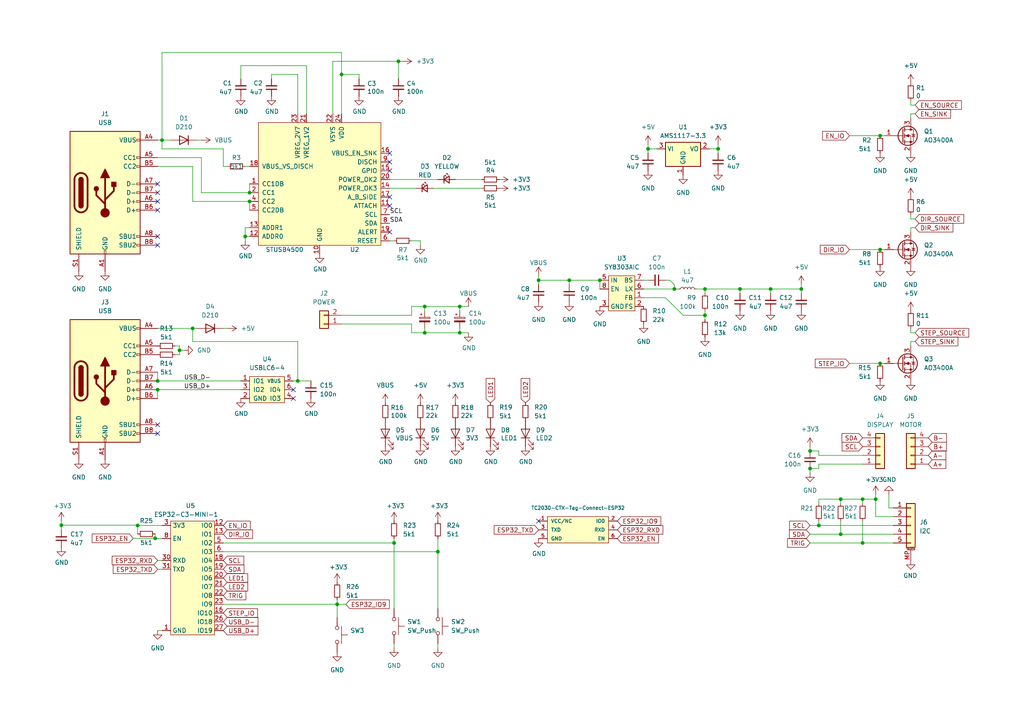
<source format=kicad_sch>
(kicad_sch (version 20250114) (generator "eeschema") (generator_version "9.0")
  (paper "A4")
  (junction (at 127 160.02))
  (junction (at 72.39 58.42))
  (junction (at 208.28 43.18))
  (junction (at 255.27 39.37))
  (junction (at 204.47 91.44))
  (junction (at 234.95 130.81))
  (junction (at 237.49 152.4))
  (junction (at 97.79 175.26))
  (junction (at 255.27 105.41))
  (junction (at 173.99 81.28))
  (junction (at 99.06 21.59))
  (junction (at 71.12 68.58))
  (junction (at 45.72 110.49))
  (junction (at 254 144.78))
  (junction (at 234.95 135.89))
  (junction (at 214.63 83.82))
  (junction (at 165.1 81.28))
  (junction (at 223.52 83.82))
  (junction (at 250.19 144.78))
  (junction (at 243.84 154.94))
  (junction (at 86.36 110.49))
  (junction (at 255.27 72.39))
  (junction (at 243.84 144.78))
  (junction (at 123.19 96.52))
  (junction (at 114.3 157.48))
  (junction (at 72.39 55.88))
  (junction (at 156.21 81.28))
  (junction (at 187.96 43.18))
  (junction (at 232.41 83.82))
  (junction (at 39.9175 152.4))
  (junction (at 123.19 88.9))
  (junction (at 55.88 95.25))
  (junction (at 115.57 17.78))
  (junction (at 133.35 88.9))
  (junction (at 250.19 157.48))
  (junction (at 133.35 96.52))
  (junction (at 46.99 40.64))
  (junction (at 204.47 83.82))
  (junction (at 52.07 101.6))
  (junction (at 44.9975 156.1305))
  (junction (at 45.72 113.03))
  (junction (at 195.58 83.82))
  (junction (at 17.78 152.3205))
  (no_connect (at 156.21 151.13))
  (no_connect (at 45.72 68.58))
  (no_connect (at 113.03 49.53))
  (no_connect (at 45.72 53.34))
  (no_connect (at 113.03 44.45))
  (no_connect (at 113.03 59.69))
  (no_connect (at 113.03 67.31))
  (no_connect (at 113.03 57.15))
  (no_connect (at 45.72 55.88))
  (no_connect (at 45.72 123.19))
  (no_connect (at 45.72 58.42))
  (no_connect (at 45.72 71.12))
  (no_connect (at 85.09 115.57))
  (no_connect (at 45.72 60.96))
  (no_connect (at 113.03 46.99))
  (no_connect (at 45.72 125.73))
  (no_connect (at 85.09 113.03))
  (wire (pts (xy 44.9975 156.21) (xy 46.99 156.21)))
  (wire (pts (xy 96.52 17.78) (xy 96.52 33.02)))
  (wire (pts (xy 165.1 81.28) (xy 173.99 81.28)))
  (wire (pts (xy 204.47 83.82) (xy 214.63 83.82)))
  (wire (pts (xy 250.19 151.13) (xy 250.19 157.48)))
  (wire (pts (xy 195.58 83.82) (xy 195.58 82.55)))
  (wire (pts (xy 156.21 81.28) (xy 165.1 81.28)))
  (wire (pts (xy 69.85 19.05) (xy 69.85 22.86)))
  (wire (pts (xy 257.81 143.51) (xy 257.81 147.32)))
  (wire (pts (xy 264.16 62.23) (xy 264.16 63.5)))
  (wire (pts (xy 264.16 100.33) (xy 264.16 99.06)))
  (wire (pts (xy 45.72 165.1) (xy 46.99 165.1)))
  (wire (pts (xy 119.38 88.9) (xy 123.19 88.9)))
  (wire (pts (xy 204.47 90.17) (xy 204.47 91.44)))
  (wire (pts (xy 104.14 21.59) (xy 104.14 22.86)))
  (wire (pts (xy 17.78 152.3205) (xy 17.78 153.67)))
  (wire (pts (xy 72.39 68.58) (xy 71.12 68.58)))
  (wire (pts (xy 58.42 55.88) (xy 58.42 45.72)))
  (wire (pts (xy 45.72 40.64) (xy 46.99 40.64)))
  (wire (pts (xy 52.07 100.33) (xy 52.07 101.6)))
  (wire (pts (xy 237.49 151.13) (xy 237.49 152.4)))
  (wire (pts (xy 127 160.02) (xy 127 176.53)))
  (wire (pts (xy 44.9975 154.8605) (xy 44.9975 156.1305)))
  (wire (pts (xy 39.9175 152.4) (xy 39.9175 154.8605)))
  (wire (pts (xy 232.41 85.09) (xy 232.41 83.82)))
  (wire (pts (xy 204.47 91.44) (xy 204.47 92.71)))
  (wire (pts (xy 234.95 157.48) (xy 250.19 157.48)))
  (wire (pts (xy 255.27 39.37) (xy 256.54 39.37)))
  (wire (pts (xy 193.04 86.36) (xy 198.12 91.44)))
  (wire (pts (xy 86.36 110.49) (xy 86.36 99.06)))
  (wire (pts (xy 264.16 99.06) (xy 265.43 99.06)))
  (wire (pts (xy 264.16 95.25) (xy 264.16 96.52)))
  (wire (pts (xy 187.96 43.18) (xy 190.5 43.18)))
  (wire (pts (xy 173.99 81.28) (xy 173.99 83.82)))
  (wire (pts (xy 45.72 107.95) (xy 45.72 110.49)))
  (wire (pts (xy 265.43 63.5) (xy 264.16 63.5)))
  (wire (pts (xy 39.9175 152.4) (xy 46.99 152.4)))
  (wire (pts (xy 97.79 175.26) (xy 97.79 179.07)))
  (wire (pts (xy 66.04 48.26) (xy 64.77 48.26)))
  (wire (pts (xy 250.19 144.78) (xy 254 144.78)))
  (wire (pts (xy 64.77 43.18) (xy 46.99 43.18)))
  (wire (pts (xy 243.84 154.94) (xy 259.08 154.94)))
  (wire (pts (xy 99.06 15.24) (xy 99.06 21.59)))
  (wire (pts (xy 232.41 82.55) (xy 232.41 83.82)))
  (wire (pts (xy 119.38 91.44) (xy 99.06 91.44)))
  (wire (pts (xy 123.19 88.9) (xy 123.19 90.17)))
  (wire (pts (xy 132.08 52.07) (xy 139.7 52.07)))
  (wire (pts (xy 99.06 21.59) (xy 99.06 33.02)))
  (wire (pts (xy 97.79 173.99) (xy 97.79 175.26)))
  (wire (pts (xy 97.79 175.26) (xy 100.33 175.26)))
  (wire (pts (xy 123.19 95.25) (xy 123.19 96.52)))
  (wire (pts (xy 243.84 151.13) (xy 243.84 154.94)))
  (wire (pts (xy 264.16 29.21) (xy 264.16 30.48)))
  (wire (pts (xy 114.3 157.48) (xy 114.3 176.53)))
  (wire (pts (xy 237.49 130.81) (xy 237.49 132.08)))
  (wire (pts (xy 72.39 53.34) (xy 72.39 55.88)))
  (wire (pts (xy 259.08 149.86) (xy 254 149.86)))
  (wire (pts (xy 38.6475 156.1305) (xy 44.9975 156.1305)))
  (wire (pts (xy 125.73 54.61) (xy 139.7 54.61)))
  (wire (pts (xy 193.04 81.28) (xy 194.31 81.28)))
  (wire (pts (xy 165.1 82.55) (xy 165.1 81.28)))
  (wire (pts (xy 254 143.51) (xy 254 144.78)))
  (wire (pts (xy 86.36 110.49) (xy 90.17 110.49)))
  (wire (pts (xy 72.39 66.04) (xy 71.12 66.04)))
  (wire (pts (xy 246.38 72.39) (xy 255.27 72.39)))
  (wire (pts (xy 208.28 41.91) (xy 208.28 43.18)))
  (wire (pts (xy 119.38 93.98) (xy 99.06 93.98)))
  (wire (pts (xy 58.42 45.72) (xy 45.72 45.72)))
  (wire (pts (xy 52.07 101.6) (xy 53.34 101.6)))
  (wire (pts (xy 114.3 156.21) (xy 114.3 157.48)))
  (wire (pts (xy 52.07 102.87) (xy 50.8 102.87)))
  (wire (pts (xy 64.77 175.26) (xy 97.79 175.26)))
  (wire (pts (xy 250.19 157.48) (xy 259.08 157.48)))
  (wire (pts (xy 86.36 99.06) (xy 55.88 99.06)))
  (wire (pts (xy 115.57 17.78) (xy 115.57 22.86)))
  (wire (pts (xy 99.06 21.59) (xy 104.14 21.59)))
  (wire (pts (xy 55.88 99.06) (xy 55.88 95.25)))
  (wire (pts (xy 195.58 83.82) (xy 196.85 83.82)))
  (wire (pts (xy 115.57 17.78) (xy 116.84 17.78)))
  (wire (pts (xy 237.49 144.78) (xy 237.49 146.05)))
  (wire (pts (xy 55.88 95.25) (xy 57.15 95.25)))
  (wire (pts (xy 156.21 82.55) (xy 156.21 81.28)))
  (wire (pts (xy 55.88 48.26) (xy 55.88 58.42)))
  (wire (pts (xy 237.49 152.4) (xy 234.95 152.4)))
  (wire (pts (xy 119.38 96.52) (xy 123.19 96.52)))
  (wire (pts (xy 85.09 110.49) (xy 86.36 110.49)))
  (wire (pts (xy 45.72 162.56) (xy 46.99 162.56)))
  (wire (pts (xy 243.84 144.78) (xy 243.84 146.05)))
  (wire (pts (xy 237.49 135.89) (xy 234.95 135.89)))
  (wire (pts (xy 201.93 83.82) (xy 204.47 83.82)))
  (wire (pts (xy 133.35 96.52) (xy 135.89 96.52)))
  (wire (pts (xy 246.38 105.41) (xy 255.27 105.41)))
  (wire (pts (xy 246.38 39.37) (xy 255.27 39.37)))
  (wire (pts (xy 55.88 58.42) (xy 72.39 58.42)))
  (wire (pts (xy 133.35 88.9) (xy 133.35 90.17)))
  (wire (pts (xy 72.39 55.88) (xy 58.42 55.88)))
  (wire (pts (xy 204.47 83.82) (xy 204.47 85.09)))
  (wire (pts (xy 250.19 134.62) (xy 237.49 134.62)))
  (wire (pts (xy 259.08 147.32) (xy 257.81 147.32)))
  (wire (pts (xy 96.52 17.78) (xy 115.57 17.78)))
  (wire (pts (xy 64.77 95.25) (xy 66.04 95.25)))
  (wire (pts (xy 114.3 186.69) (xy 114.3 187.96)))
  (wire (pts (xy 88.9 19.05) (xy 88.9 33.02)))
  (wire (pts (xy 78.74 21.59) (xy 86.36 21.59)))
  (wire (pts (xy 208.28 43.18) (xy 208.28 44.45)))
  (wire (pts (xy 71.12 69.85) (xy 71.12 68.58)))
  (wire (pts (xy 264.16 33.02) (xy 265.43 33.02)))
  (wire (pts (xy 254 144.78) (xy 254 149.86)))
  (wire (pts (xy 214.63 85.09) (xy 214.63 83.82)))
  (wire (pts (xy 45.72 48.26) (xy 55.88 48.26)))
  (wire (pts (xy 71.12 48.26) (xy 72.39 48.26)))
  (wire (pts (xy 64.77 160.02) (xy 127 160.02)))
  (wire (pts (xy 250.19 144.78) (xy 250.19 146.05)))
  (wire (pts (xy 64.77 157.48) (xy 114.3 157.48)))
  (wire (pts (xy 45.72 113.03) (xy 45.72 115.57)))
  (wire (pts (xy 45.72 95.25) (xy 55.88 95.25)))
  (wire (pts (xy 119.38 88.9) (xy 119.38 91.44)))
  (wire (pts (xy 223.52 85.09) (xy 223.52 83.82)))
  (wire (pts (xy 265.43 30.48) (xy 264.16 30.48)))
  (wire (pts (xy 69.85 19.05) (xy 88.9 19.05)))
  (wire (pts (xy 195.58 82.55) (xy 194.31 81.28)))
  (wire (pts (xy 86.36 21.59) (xy 86.36 33.02)))
  (wire (pts (xy 187.96 43.18) (xy 187.96 44.45)))
  (wire (pts (xy 39.9175 152.4) (xy 39.9175 152.3205)))
  (wire (pts (xy 72.39 60.96) (xy 72.39 58.42)))
  (wire (pts (xy 57.15 40.64) (xy 58.42 40.64)))
  (wire (pts (xy 186.69 86.36) (xy 193.04 86.36)))
  (wire (pts (xy 264.16 66.04) (xy 265.43 66.04)))
  (wire (pts (xy 198.12 91.44) (xy 204.47 91.44)))
  (wire (pts (xy 119.38 96.52) (xy 119.38 93.98)))
  (wire (pts (xy 127 156.21) (xy 127 160.02)))
  (wire (pts (xy 121.92 71.12) (xy 121.92 69.85)))
  (wire (pts (xy 44.9975 156.21) (xy 44.9975 156.1305)))
  (wire (pts (xy 114.3 69.85) (xy 113.03 69.85)))
  (wire (pts (xy 243.84 144.78) (xy 237.49 144.78)))
  (wire (pts (xy 237.49 152.4) (xy 259.08 152.4)))
  (wire (pts (xy 78.74 21.59) (xy 78.74 22.86)))
  (wire (pts (xy 223.52 83.82) (xy 232.41 83.82)))
  (wire (pts (xy 255.27 72.39) (xy 256.54 72.39)))
  (wire (pts (xy 205.74 43.18) (xy 208.28 43.18)))
  (wire (pts (xy 186.69 83.82) (xy 195.58 83.82)))
  (wire (pts (xy 52.07 101.6) (xy 52.07 102.87)))
  (wire (pts (xy 237.49 134.62) (xy 237.49 135.89)))
  (wire (pts (xy 17.78 152.3205) (xy 39.9175 152.3205)))
  (wire (pts (xy 45.72 110.49) (xy 69.85 110.49)))
  (wire (pts (xy 46.99 15.24) (xy 46.99 40.64)))
  (wire (pts (xy 234.95 135.89) (xy 234.95 137.16)))
  (wire (pts (xy 255.27 105.41) (xy 256.54 105.41)))
  (wire (pts (xy 187.96 41.91) (xy 187.96 43.18)))
  (wire (pts (xy 214.63 83.82) (xy 223.52 83.82)))
  (wire (pts (xy 133.35 95.25) (xy 133.35 96.52)))
  (wire (pts (xy 264.16 67.31) (xy 264.16 66.04)))
  (wire (pts (xy 45.72 113.03) (xy 69.85 113.03)))
  (wire (pts (xy 243.84 154.94) (xy 234.95 154.94)))
  (wire (pts (xy 71.12 66.04) (xy 71.12 68.58)))
  (wire (pts (xy 17.78 151.13) (xy 17.78 152.3205)))
  (wire (pts (xy 113.03 54.61) (xy 120.65 54.61)))
  (wire (pts (xy 45.72 182.88) (xy 46.99 182.88)))
  (wire (pts (xy 121.92 69.85) (xy 119.38 69.85)))
  (wire (pts (xy 127 186.69) (xy 127 187.96)))
  (wire (pts (xy 123.19 96.52) (xy 133.35 96.52)))
  (wire (pts (xy 234.95 130.81) (xy 237.49 130.81)))
  (wire (pts (xy 243.84 144.78) (xy 250.19 144.78)))
  (wire (pts (xy 264.16 34.29) (xy 264.16 33.02)))
  (wire (pts (xy 186.69 81.28) (xy 187.96 81.28)))
  (wire (pts (xy 156.21 80.01) (xy 156.21 81.28)))
  (wire (pts (xy 113.03 52.07) (xy 127 52.07)))
  (wire (pts (xy 49.53 40.64) (xy 46.99 40.64)))
  (wire (pts (xy 64.77 43.18) (xy 64.77 48.26)))
  (wire (pts (xy 123.19 88.9) (xy 133.35 88.9)))
  (wire (pts (xy 99.06 15.24) (xy 46.99 15.24)))
  (wire (pts (xy 265.43 96.52) (xy 264.16 96.52)))
  (wire (pts (xy 50.8 100.33) (xy 52.07 100.33)))
  (wire (pts (xy 237.49 132.08) (xy 250.19 132.08)))
  (wire (pts (xy 133.35 88.9) (xy 135.89 88.9)))
  (wire (pts (xy 46.99 43.18) (xy 46.99 40.64)))
  (wire (pts (xy 234.95 129.54) (xy 234.95 130.81)))
  (label "USB_D-" (at 53.34 110.49 0))
  (label "SCL" (at 113.03 62.23 0))
  (label "SDA" (at 113.03 64.77 0))
  (label "USB_D+" (at 53.34 113.03 0))
  (global_label "A+" (shape input) (at 269.24 134.62 0) (property "Intersheetrefs" "${INTERSHEET_REFS}" (effects (hide yes))))
  (global_label "TRIG" (shape input) (at 234.95 157.48 180) (property "Intersheetrefs" "${INTERSHEET_REFS}" (effects (hide yes))))
  (global_label "ESP32_RXD" (shape input) (at 45.72 162.56 180) (property "Intersheetrefs" "${INTERSHEET_REFS}" (effects (hide yes))))
  (global_label "SDA" (shape input) (at 250.19 127 180) (property "Intersheetrefs" "${INTERSHEET_REFS}" (effects (hide yes))))
  (global_label "ESP32_TXD" (shape input) (at 45.72 165.1 180) (property "Intersheetrefs" "${INTERSHEET_REFS}" (effects (hide yes))))
  (global_label "STEP_IO" (shape input) (at 246.38 105.41 180) (property "Intersheetrefs" "${INTERSHEET_REFS}" (effects (hide yes))))
  (global_label "DIR_SOURCE" (shape input) (at 265.43 63.5 0) (property "Intersheetrefs" "${INTERSHEET_REFS}" (effects (hide yes))))
  (global_label "TRIG" (shape input) (at 64.77 172.72 0) (property "Intersheetrefs" "${INTERSHEET_REFS}" (effects (hide yes))))
  (global_label "USB_D-" (shape input) (at 64.77 180.34 0) (property "Intersheetrefs" "${INTERSHEET_REFS}" (effects (hide yes))))
  (global_label "SDA" (shape input) (at 234.95 154.94 180) (property "Intersheetrefs" "${INTERSHEET_REFS}" (effects (hide yes))))
  (global_label "USB_D+" (shape input) (at 64.77 182.88 0) (property "Intersheetrefs" "${INTERSHEET_REFS}" (effects (hide yes))))
  (global_label "LED1" (shape input) (at 142.24 116.84 90) (property "Intersheetrefs" "${INTERSHEET_REFS}" (effects (hide yes))))
  (global_label "ESP32_RXD" (shape input) (at 179.07 153.67 0) (property "Intersheetrefs" "${INTERSHEET_REFS}" (effects (hide yes))))
  (global_label "LED2" (shape input) (at 152.4 116.84 90) (property "Intersheetrefs" "${INTERSHEET_REFS}" (effects (hide yes))))
  (global_label "ESP32_EN" (shape input) (at 38.6475 156.1305 180) (property "Intersheetrefs" "${INTERSHEET_REFS}" (effects (hide yes))))
  (global_label "STEP_SOURCE" (shape input) (at 265.43 96.52 0) (property "Intersheetrefs" "${INTERSHEET_REFS}" (effects (hide yes))))
  (global_label "EN_SOURCE" (shape input) (at 265.43 30.48 0) (property "Intersheetrefs" "${INTERSHEET_REFS}" (effects (hide yes))))
  (global_label "EN_IO" (shape input) (at 246.38 39.37 180) (property "Intersheetrefs" "${INTERSHEET_REFS}" (effects (hide yes))))
  (global_label "ESP32_EN" (shape input) (at 179.07 156.21 0) (property "Intersheetrefs" "${INTERSHEET_REFS}" (effects (hide yes))))
  (global_label "STEP_SINK" (shape input) (at 265.43 99.06 0) (property "Intersheetrefs" "${INTERSHEET_REFS}" (effects (hide yes))))
  (global_label "EN_IO" (shape input) (at 64.77 152.4 0) (property "Intersheetrefs" "${INTERSHEET_REFS}" (effects (hide yes))))
  (global_label "B+" (shape input) (at 269.24 129.54 0) (property "Intersheetrefs" "${INTERSHEET_REFS}" (effects (hide yes))))
  (global_label "DIR_SINK" (shape input) (at 265.43 66.04 0) (property "Intersheetrefs" "${INTERSHEET_REFS}" (effects (hide yes))))
  (global_label "DIR_IO" (shape input) (at 64.77 154.94 0) (property "Intersheetrefs" "${INTERSHEET_REFS}" (effects (hide yes))))
  (global_label "EN_SINK" (shape input) (at 265.43 33.02 0) (property "Intersheetrefs" "${INTERSHEET_REFS}" (effects (hide yes))))
  (global_label "SCL" (shape input) (at 234.95 152.4 180) (property "Intersheetrefs" "${INTERSHEET_REFS}" (effects (hide yes))))
  (global_label "SDA" (shape input) (at 64.77 165.1 0) (property "Intersheetrefs" "${INTERSHEET_REFS}" (effects (hide yes))))
  (global_label "LED2" (shape input) (at 64.77 170.18 0) (property "Intersheetrefs" "${INTERSHEET_REFS}" (effects (hide yes))))
  (global_label "ESP32_IO9" (shape input) (at 179.07 151.13 0) (property "Intersheetrefs" "${INTERSHEET_REFS}" (effects (hide yes))))
  (global_label "LED1" (shape input) (at 64.77 167.64 0) (property "Intersheetrefs" "${INTERSHEET_REFS}" (effects (hide yes))))
  (global_label "A-" (shape input) (at 269.24 132.08 0) (property "Intersheetrefs" "${INTERSHEET_REFS}" (effects (hide yes))))
  (global_label "ESP32_IO9" (shape input) (at 100.33 175.26 0) (property "Intersheetrefs" "${INTERSHEET_REFS}" (effects (hide yes))))
  (global_label "B-" (shape input) (at 269.24 127 0) (property "Intersheetrefs" "${INTERSHEET_REFS}" (effects (hide yes))))
  (global_label "ESP32_TXD" (shape input) (at 156.21 153.67 180) (property "Intersheetrefs" "${INTERSHEET_REFS}" (effects (hide yes))))
  (global_label "STEP_IO" (shape input) (at 64.77 177.8 0) (property "Intersheetrefs" "${INTERSHEET_REFS}" (effects (hide yes))))
  (global_label "DIR_IO" (shape input) (at 246.38 72.39 180) (property "Intersheetrefs" "${INTERSHEET_REFS}" (effects (hide yes))))
  (global_label "SCL" (shape input) (at 250.19 129.54 180) (property "Intersheetrefs" "${INTERSHEET_REFS}" (effects (hide yes))))
  (global_label "SCL" (shape input) (at 64.77 162.56 0) (property "Intersheetrefs" "${INTERSHEET_REFS}" (effects (hide yes))))
  (symbol (lib_id "otter:+5V") (at 232.41 82.55 0) (unit 1)
    (property "Reference" "#PWR029" (effects (hide yes)))
    (property "Value" "+5V" (at 232.41 77.47 0))
  )
  (symbol (lib_id "otter:TC2030-CTX-Tag-Connect-ESP32") (at 167.64 153.67 0) (unit 1)
    (property "Reference" "P1" (effects (hide yes)))
    (property "Value" "TC2030-CTX-Tag-Connect-ESP32" (at 167.64 147.32 0) (effects (font (size 1.016 1.016))))
    (property "Footprint" "otter:TC2030" (effects (hide yes)))
  )
  (symbol (lib_id "otter:GND") (at 104.14 27.94 0) (unit 1)
    (property "Reference" "#PWR07" (effects (hide yes)))
    (property "Value" "GND" (at 104.267 32.3342 0))
  )
  (symbol (lib_id "otter:GND") (at 17.78 158.75 0) (unit 1)
    (property "Reference" "#PWR067" (effects (hide yes)))
    (property "Value" "GND" (at 17.907 163.1442 0))
  )
  (symbol (lib_id "power:+3V3") (at 234.95 129.54 0) (mirror y) (unit 1)
    (property "Reference" "#PWR057" (effects (hide yes)))
    (property "Value" "+3V3" (at 234.95 124.46 0))
  )
  (symbol (lib_id "otter:SY8303AIC") (at 180.34 85.09 0) (unit 1)
    (property "Reference" "U3" (at 180.34 74.93 0))
    (property "Value" "SY8303AIC" (at 180.34 77.47 0))
    (property "Footprint" "Package_TO_SOT_SMD:TSOT-23-8" (effects (hide yes)))
  )
  (symbol (lib_id "power:GND") (at 114.3 187.96 0) (unit 1)
    (property "Reference" "#PWR071" (effects (hide yes)))
    (property "Value" "GND" (at 114.3 193.04 0))
  )
  (symbol (lib_id "Device:C_Small") (at 104.14 25.4 0) (unit 1)
    (property "Reference" "C3" (at 106.4768 24.2316 0) (effects (justify left)))
    (property "Value" "100n" (at 106.4768 26.543 0) (effects (justify left)))
    (property "Footprint" "otter:C_0603" (effects (hide yes)))
  )
  (symbol (lib_id "otter:GND") (at 71.12 69.85 0) (unit 1)
    (property "Reference" "#PWR021" (effects (hide yes)))
    (property "Value" "GND" (at 71.247 74.2442 0))
  )
  (symbol (lib_id "Device:LED_Small") (at 123.19 54.61 0) (unit 1)
    (property "Reference" "D3" (at 123.2535 48.26 0))
    (property "Value" "RED" (at 123.2535 50.8 0))
    (property "Footprint" "otter:LED_0603_1608Metric" (effects (hide yes)))
    (property "Description" "Light emitting diode, small symbol" (effects (hide yes)))
    (property "Sim.Pin" "1=K 2=A" (effects (hide yes)))
  )
  (symbol (lib_name "GND_1") (lib_id "power:GND") (at 255.27 44.45 0) (unit 1)
    (property "Reference" "#PWR012" (effects (hide yes)))
    (property "Value" "GND" (at 255.27 49.53 0))
    (property "Description" "Power symbol creates a global label with name \"GND\" , ground" (effects (hide yes)))
  )
  (symbol (lib_id "power:VBUS") (at 111.76 116.84 0) (unit 1)
    (property "Reference" "#PWR049" (effects (hide yes)))
    (property "Value" "VBUS" (at 111.76 111.76 0))
  )
  (symbol (lib_id "Switch:SW_Push") (at 127 181.61 270) (unit 1)
    (property "Reference" "SW2" (at 130.81 180.34 90) (effects (justify left)))
    (property "Value" "SW_Push" (at 130.81 182.88 90) (effects (justify left)))
    (property "Footprint" "Button_Switch_SMD:SW_SPST_EVQP7C" (effects (hide yes)))
  )
  (symbol (lib_id "Device:R_Small") (at 142.24 119.38 180) (unit 1)
    (property "Reference" "R19" (at 144.78 118.1099 0) (effects (justify right)))
    (property "Value" "5k1" (at 144.78 120.6499 0) (effects (justify right)))
    (property "Footprint" "otter:R_0402" (effects (hide yes)))
  )
  (symbol (lib_id "Device:R_Small") (at 152.4 119.38 180) (unit 1)
    (property "Reference" "R20" (at 154.94 118.1099 0) (effects (justify right)))
    (property "Value" "5k1" (at 154.94 120.6499 0) (effects (justify right)))
    (property "Footprint" "otter:R_0402" (effects (hide yes)))
  )
  (symbol (lib_id "power:+3V3") (at 144.78 54.61 270) (unit 1)
    (property "Reference" "#PWR019" (effects (hide yes)))
    (property "Value" "+3V3" (at 148.59 54.6099 90) (effects (justify left)))
  )
  (symbol (lib_id "Device:R_Small") (at 264.16 26.67 0) (unit 1)
    (property "Reference" "R1" (at 265.6586 25.5016 0) (effects (justify left)))
    (property "Value" "0" (at 265.6586 27.813 0) (effects (justify left)))
    (property "Footprint" "otter:R_0603" (effects (hide yes)))
  )
  (symbol (lib_id "Device:C_Small") (at 90.17 113.03 0) (unit 1)
    (property "Reference" "C15" (at 92.71 111.7663 0) (effects (justify left)))
    (property "Value" "100n" (at 92.71 114.3063 0) (effects (justify left)))
    (property "Footprint" "otter:C_0603" (effects (hide yes)))
  )
  (symbol (lib_id "Device:R_Small") (at 255.27 74.93 180) (unit 1)
    (property "Reference" "R8" (at 252.73 73.6599 0) (effects (justify left)))
    (property "Value" "5k1" (at 252.73 76.1999 0) (effects (justify left)))
    (property "Footprint" "otter:R_0402" (effects (hide yes)))
  )
  (symbol (lib_id "Device:LED") (at 132.08 125.73 90) (unit 1)
    (property "Reference" "D7" (at 135.0772 124.7394 90) (effects (justify right)))
    (property "Value" "3V3" (at 135.0772 127.0508 90) (effects (justify right)))
    (property "Footprint" "otter:LED_0603_1608Metric" (effects (hide yes)))
  )
  (symbol (lib_id "power:GND") (at 45.72 182.88 0) (unit 1)
    (property "Reference" "#PWR070" (effects (hide yes)))
    (property "Value" "GND" (at 45.72 187.96 0))
  )
  (symbol (lib_id "Device:LED") (at 152.4 125.73 90) (unit 1)
    (property "Reference" "D9" (at 155.3972 124.7394 90) (effects (justify right)))
    (property "Value" "LED2" (at 155.3972 127.0508 90) (effects (justify right)))
    (property "Footprint" "otter:LED_0603_1608Metric" (effects (hide yes)))
  )
  (symbol (lib_id "Device:R_Small") (at 243.84 148.59 0) (mirror y) (unit 1)
    (property "Reference" "R22" (at 242.3414 147.4216 0) (effects (justify left)))
    (property "Value" "5k1" (at 242.3414 149.733 0) (effects (justify left)))
    (property "Footprint" "otter:R_0402" (effects (hide yes)))
  )
  (symbol (lib_id "Transistor_FET:AO3400A") (at 261.62 105.41 0) (unit 1)
    (property "Reference" "Q3" (at 267.97 104.1399 0) (effects (justify left)))
    (property "Value" "AO3400A" (at 267.97 106.6799 0) (effects (justify left)))
    (property "Footprint" "Package_TO_SOT_SMD:SOT-23" (effects (hide yes)))
    (property "Datasheet" "http://www.aosmd.com/pdfs/datasheet/AO3400A.pdf" (effects (hide yes)))
    (property "Description" "30V Vds, 5.7A Id, N-Channel MOSFET, SOT-23" (effects (hide yes)))
  )
  (symbol (lib_id "otter:+5V") (at 187.96 41.91 0) (unit 1)
    (property "Reference" "#PWR010" (effects (hide yes)))
    (property "Value" "+5V" (at 187.96 36.83 0))
  )
  (symbol (lib_id "otter:GND") (at 121.92 71.12 0) (unit 1)
    (property "Reference" "#PWR022" (effects (hide yes)))
    (property "Value" "GND" (at 122.047 75.5142 0))
  )
  (symbol (lib_id "Connector:USB_C_Receptacle_USB2.0") (at 30.48 55.88 0) (unit 1)
    (property "Reference" "J1" (at 30.48 33.02 0))
    (property "Value" "USB" (at 30.48 35.56 0))
    (property "Footprint" "otter:USB-C 16Pin" (effects (hide yes)))
    (property "Datasheet" "https://www.usb.org/sites/default/files/documents/usb_type-c.zip" (effects (hide yes)))
  )
  (symbol (lib_id "otter:GND") (at 214.63 90.17 0) (mirror y) (unit 1)
    (property "Reference" "#PWR034" (effects (hide yes)))
    (property "Value" "GND" (at 214.63 95.25 0))
  )
  (symbol (lib_id "otter:GND") (at 22.86 78.74 0) (unit 1)
    (property "Reference" "#PWR026" (effects (hide yes)))
    (property "Value" "GND" (at 22.86 83.82 0))
  )
  (symbol (lib_id "Switch:SW_Push") (at 97.79 184.15 270) (unit 1)
    (property "Reference" "SW3" (at 101.6 182.88 90) (effects (justify left)))
    (property "Value" "SW_Push" (effects (hide yes)))
    (property "Footprint" "Button_Switch_SMD:SW_SPST_EVQP7C" (effects (hide yes)))
  )
  (symbol (lib_id "Device:R_Small") (at 127 153.67 180) (unit 1)
    (property "Reference" "R24" (at 129.54 152.4 0) (effects (justify right)))
    (property "Value" "5k1" (at 129.54 154.94 0) (effects (justify right)))
    (property "Footprint" "otter:R_0402" (effects (hide yes)))
  )
  (symbol (lib_id "otter:GND") (at 111.76 129.54 0) (unit 1)
    (property "Reference" "#PWR052" (effects (hide yes)))
    (property "Value" "GND" (at 111.887 133.9342 0))
  )
  (symbol (lib_id "Device:C_Small") (at 156.21 85.09 0) (mirror x) (unit 1)
    (property "Reference" "C8" (at 153.67 83.8136 0) (effects (justify right)))
    (property "Value" "4u7" (at 153.67 86.3536 0) (effects (justify right)))
    (property "Footprint" "otter:C_0805" (effects (hide yes)))
  )
  (symbol (lib_id "Device:R_Small") (at 255.27 107.95 180) (unit 1)
    (property "Reference" "R15" (at 252.73 106.6799 0) (effects (justify left)))
    (property "Value" "5k1" (at 252.73 109.2199 0) (effects (justify left)))
    (property "Footprint" "otter:R_0402" (effects (hide yes)))
  )
  (symbol (lib_id "otter:+5V") (at 66.04 95.25 270) (unit 1)
    (property "Reference" "#PWR039" (effects (hide yes)))
    (property "Value" "+5V" (at 69.85 95.2499 90) (effects (justify left)))
  )
  (symbol (lib_name "GND_1") (lib_id "power:GND") (at 264.16 77.47 0) (unit 1)
    (property "Reference" "#PWR025" (effects (hide yes)))
    (property "Value" "GND" (at 264.16 82.55 0))
    (property "Description" "Power symbol creates a global label with name \"GND\" , ground" (effects (hide yes)))
  )
  (symbol (lib_name "GND_1") (lib_id "power:GND") (at 255.27 110.49 0) (unit 1)
    (property "Reference" "#PWR045" (effects (hide yes)))
    (property "Value" "GND" (at 255.27 115.57 0))
    (property "Description" "Power symbol creates a global label with name \"GND\" , ground" (effects (hide yes)))
  )
  (symbol (lib_id "Device:LED") (at 142.24 125.73 90) (unit 1)
    (property "Reference" "D8" (at 145.2372 124.7394 90) (effects (justify right)))
    (property "Value" "LED1" (at 145.2372 127.0508 90) (effects (justify right)))
    (property "Footprint" "otter:LED_0603_1608Metric" (effects (hide yes)))
  )
  (symbol (lib_id "otter:GND") (at 173.99 88.9 0) (unit 1)
    (property "Reference" "#PWR033" (effects (hide yes)))
    (property "Value" "GND" (at 173.99 93.98 0))
  )
  (symbol (lib_id "otter:GND") (at 30.48 78.74 0) (unit 1)
    (property "Reference" "#PWR027" (effects (hide yes)))
    (property "Value" "GND" (at 30.48 83.82 0))
  )
  (symbol (lib_id "Device:C_Small") (at 187.96 46.99 0) (mirror x) (unit 1)
    (property "Reference" "C5" (at 185.42 45.7136 0) (effects (justify right)))
    (property "Value" "4u7" (at 185.42 48.2536 0) (effects (justify right)))
    (property "Footprint" "otter:C_0805" (effects (hide yes)))
  )
  (symbol (lib_id "otter:GND") (at 135.89 96.52 0) (unit 1)
    (property "Reference" "#PWR040" (effects (hide yes)))
    (property "Value" "GND" (at 136.017 100.9142 0))
  )
  (symbol (lib_id "power:+3.3V") (at 114.3 151.13 0) (unit 1)
    (property "Reference" "#PWR064" (effects (hide yes)))
    (property "Value" "+3V3" (at 114.681 146.7358 0))
  )
  (symbol (lib_id "power:VBUS") (at 58.42 40.64 270) (unit 1)
    (property "Reference" "#PWR09" (effects (hide yes)))
    (property "Value" "VBUS" (at 62.23 40.64 90) (effects (justify left)))
  )
  (symbol (lib_id "Device:R_Small") (at 42.4575 154.8605 90) (unit 1)
    (property "Reference" "R25" (at 42.4575 151.0505 90))
    (property "Value" "5k1" (at 42.4575 157.4005 90))
    (property "Footprint" "otter:R_0402" (effects (hide yes)))
  )
  (symbol (lib_id "otter:GND") (at 69.85 115.57 0) (unit 1)
    (property "Reference" "#PWR047" (effects (hide yes)))
    (property "Value" "GND" (at 69.977 119.9642 0))
  )
  (symbol (lib_id "otter:GND") (at 208.28 49.53 0) (mirror y) (unit 1)
    (property "Reference" "#PWR016" (effects (hide yes)))
    (property "Value" "GND" (at 208.28 54.61 0))
  )
  (symbol (lib_id "Device:R_Small") (at 250.19 148.59 0) (mirror y) (unit 1)
    (property "Reference" "R27" (at 248.6914 147.4216 0) (effects (justify left)))
    (property "Value" "5k1" (at 248.6914 149.733 0) (effects (justify left)))
    (property "Footprint" "otter:R_0402" (effects (hide yes)))
  )
  (symbol (lib_id "Device:R_Small") (at 255.27 41.91 180) (unit 1)
    (property "Reference" "R2" (at 252.73 40.6399 0) (effects (justify left)))
    (property "Value" "5k1" (at 252.73 43.1799 0) (effects (justify left)))
    (property "Footprint" "otter:R_0402" (effects (hide yes)))
  )
  (symbol (lib_id "otter:GND") (at 115.57 27.94 0) (unit 1)
    (property "Reference" "#PWR08" (effects (hide yes)))
    (property "Value" "GND" (at 115.697 32.3342 0))
  )
  (symbol (lib_id "Device:R_Small") (at 132.08 119.38 0) (unit 1)
    (property "Reference" "R18" (at 133.5786 118.2116 0) (effects (justify left)))
    (property "Value" "22k" (at 133.5786 120.523 0) (effects (justify left)))
    (property "Footprint" "otter:R_0402" (effects (hide yes)))
  )
  (symbol (lib_id "Device:R_Small") (at 116.84 69.85 270) (unit 1)
    (property "Reference" "R7" (at 116.84 72.4916 90))
    (property "Value" "5k1" (at 116.84 74.803 90))
    (property "Footprint" "otter:R_0402" (effects (hide yes)))
  )
  (symbol (lib_id "otter:GND") (at 90.17 115.57 0) (unit 1)
    (property "Reference" "#PWR048" (effects (hide yes)))
    (property "Value" "GND" (at 90.297 119.9642 0))
  )
  (symbol (lib_id "Device:R_Small") (at 97.79 171.45 180) (unit 1)
    (property "Reference" "R26" (at 100.33 170.1799 0) (effects (justify right)))
    (property "Value" "5k1" (at 100.33 172.7199 0) (effects (justify right)))
    (property "Footprint" "otter:R_0402" (effects (hide yes)))
  )
  (symbol (lib_id "Device:C_Small") (at 78.74 25.4 0) (mirror x) (unit 1)
    (property "Reference" "C2" (at 76.2 24.1236 0) (effects (justify right)))
    (property "Value" "4u7" (at 76.2 26.6636 0) (effects (justify right)))
    (property "Footprint" "otter:C_0805" (effects (hide yes)))
  )
  (symbol (lib_id "otter:GND") (at 53.34 101.6 90) (unit 1)
    (property "Reference" "#PWR042" (effects (hide yes)))
    (property "Value" "GND" (at 57.15 101.5999 90) (effects (justify right)))
  )
  (symbol (lib_id "Device:C_Small") (at 214.63 87.63 0) (mirror x) (unit 1)
    (property "Reference" "C10" (at 211.455 86.3535 0) (effects (justify right)))
    (property "Value" "100n" (at 211.455 88.8935 0) (effects (justify right)))
    (property "Footprint" "otter:C_0603" (effects (hide yes)))
  )
  (symbol (lib_id "otter:GND") (at 223.52 90.17 0) (mirror y) (unit 1)
    (property "Reference" "#PWR035" (effects (hide yes)))
    (property "Value" "GND" (at 223.52 95.25 0))
  )
  (symbol (lib_id "Device:C_Small") (at 69.85 25.4 0) (mirror x) (unit 1)
    (property "Reference" "C1" (at 67.31 24.1236 0) (effects (justify right)))
    (property "Value" "4u7" (at 67.31 26.6636 0) (effects (justify right)))
    (property "Footprint" "otter:C_0805" (effects (hide yes)))
  )
  (symbol (lib_name "GND_1") (lib_id "power:GND") (at 264.16 110.49 0) (unit 1)
    (property "Reference" "#PWR046" (effects (hide yes)))
    (property "Value" "GND" (at 264.16 115.57 0))
    (property "Description" "Power symbol creates a global label with name \"GND\" , ground" (effects (hide yes)))
  )
  (symbol (lib_id "otter:GND") (at 92.71 73.66 0) (unit 1)
    (property "Reference" "#PWR023" (effects (hide yes)))
    (property "Value" "GND" (at 92.837 78.0542 0))
  )
  (symbol (lib_id "Device:L_Small") (at 199.39 83.82 90) (unit 1)
    (property "Reference" "L1" (at 199.39 78.74 90))
    (property "Value" "4u7" (at 199.39 81.28 90))
    (property "Footprint" "Inductor_SMD:L_Taiyo-Yuden_MD-4040" (effects (hide yes)))
  )
  (symbol (lib_id "otter:GND") (at 152.4 129.54 0) (unit 1)
    (property "Reference" "#PWR056" (effects (hide yes)))
    (property "Value" "GND" (at 152.527 133.9342 0))
  )
  (symbol (lib_id "Device:R_Small") (at 142.24 54.61 270) (unit 1)
    (property "Reference" "R5" (at 142.24 57.2516 90))
    (property "Value" "5k1" (at 142.24 59.563 90))
    (property "Footprint" "otter:R_0402" (effects (hide yes)))
  )
  (symbol (lib_id "Device:D") (at 60.96 95.25 180) (unit 1)
    (property "Reference" "D4" (at 60.96 88.9 0))
    (property "Value" "D210" (at 60.96 91.44 0))
    (property "Footprint" "Diode_SMD:D_SMA" (effects (hide yes)))
    (property "Sim.Device" "D" (effects (hide yes)))
    (property "Sim.Pins" "1=K 2=A" (effects (hide yes)))
  )
  (symbol (lib_id "Device:R_Small") (at 111.76 119.38 0) (unit 1)
    (property "Reference" "R16" (at 113.2586 118.2116 0) (effects (justify left)))
    (property "Value" "100k" (at 113.2586 120.523 0) (effects (justify left)))
    (property "Footprint" "otter:R_0402" (effects (hide yes)))
  )
  (symbol (lib_id "otter:GND") (at 156.21 156.21 0) (unit 1)
    (property "Reference" "#PWR066" (effects (hide yes)))
    (property "Value" "GND" (at 156.337 160.6042 0))
  )
  (symbol (lib_id "Switch:SW_Push") (at 114.3 181.61 270) (unit 1)
    (property "Reference" "SW1" (at 118.11 180.34 90) (effects (justify left)))
    (property "Value" "SW_Push" (at 118.11 182.88 90) (effects (justify left)))
    (property "Footprint" "Button_Switch_SMD:SW_SPST_EVQP7C" (effects (hide yes)))
  )
  (symbol (lib_id "power:+3V3") (at 208.28 41.91 0) (unit 1)
    (property "Reference" "#PWR011" (effects (hide yes)))
    (property "Value" "+3V3" (at 208.28 36.83 0))
  )
  (symbol (lib_name "GND_1") (lib_id "power:GND") (at 255.27 77.47 0) (unit 1)
    (property "Reference" "#PWR024" (effects (hide yes)))
    (property "Value" "GND" (at 255.27 82.55 0))
    (property "Description" "Power symbol creates a global label with name \"GND\" , ground" (effects (hide yes)))
  )
  (symbol (lib_id "Device:R_Small") (at 68.58 48.26 270) (unit 1)
    (property "Reference" "R3" (at 68.58 45.72 90))
    (property "Value" "5k1" (at 68.58 48.26 90))
    (property "Footprint" "otter:R_0402" (effects (hide yes)))
  )
  (symbol (lib_id "power:VBUS") (at 156.21 80.01 0) (unit 1)
    (property "Reference" "#PWR028" (effects (hide yes)))
    (property "Value" "VBUS" (at 156.21 76.2 0))
  )
  (symbol (lib_id "otter:STUSB4500") (at 92.71 57.15 0) (unit 1)
    (property "Reference" "U2" (at 102.87 72.39 0))
    (property "Value" "STUSB4500" (at 82.55 72.39 0))
    (property "Footprint" "Package_DFN_QFN:QFN-24-1EP_4x4mm_P0.5mm_EP2.7x2.7mm" (effects (hide yes)))
  )
  (symbol (lib_id "Device:C_Small") (at 208.28 46.99 0) (mirror x) (unit 1)
    (property "Reference" "C6" (at 210.82 45.7136 0) (effects (justify left)))
    (property "Value" "4u7" (at 210.82 48.2536 0) (effects (justify left)))
    (property "Footprint" "otter:C_0805" (effects (hide yes)))
  )
  (symbol (lib_id "power:+3.3V") (at 97.79 168.91 0) (unit 1)
    (property "Reference" "#PWR069" (effects (hide yes)))
    (property "Value" "+3V3" (at 98.171 164.5158 0))
  )
  (symbol (lib_id "Device:C_Small") (at 165.1 85.09 180) (unit 1)
    (property "Reference" "C9" (at 168.275 83.8135 0) (effects (justify right)))
    (property "Value" "100n" (at 168.275 86.3535 0) (effects (justify right)))
    (property "Footprint" "otter:C_0603" (effects (hide yes)))
  )
  (symbol (lib_id "Device:C_Polarized_Small") (at 123.19 92.71 0) (unit 1)
    (property "Reference" "C13" (at 125.73 90.8938 0) (effects (justify left)))
    (property "Value" "100u" (at 125.73 93.4338 0) (effects (justify left)))
    (property "Footprint" "Capacitor_THT:CP_Radial_D10.0mm_P5.00mm" (effects (hide yes)))
    (property "Description" "Polarized capacitor, small symbol" (effects (hide yes)))
  )
  (symbol (lib_id "Device:R_Small") (at 121.92 119.38 0) (unit 1)
    (property "Reference" "R17" (at 123.4186 118.2116 0) (effects (justify left)))
    (property "Value" "22k" (at 123.4186 120.523 0) (effects (justify left)))
    (property "Footprint" "otter:R_0402" (effects (hide yes)))
  )
  (symbol (lib_id "otter:+5V") (at 264.16 57.15 0) (unit 1)
    (property "Reference" "#PWR020" (effects (hide yes)))
    (property "Value" "+5V" (at 264.16 52.07 0))
  )
  (symbol (lib_id "Device:D") (at 53.34 40.64 180) (unit 1)
    (property "Reference" "D1" (at 53.34 34.29 0))
    (property "Value" "D210" (at 53.34 36.83 0))
    (property "Footprint" "Diode_SMD:D_SMA" (effects (hide yes)))
    (property "Sim.Device" "D" (effects (hide yes)))
    (property "Sim.Pins" "1=K 2=A" (effects (hide yes)))
  )
  (symbol (lib_id "Transistor_FET:AO3400A") (at 261.62 39.37 0) (unit 1)
    (property "Reference" "Q1" (at 267.97 38.0999 0) (effects (justify left)))
    (property "Value" "AO3400A" (at 267.97 40.6399 0) (effects (justify left)))
    (property "Footprint" "Package_TO_SOT_SMD:SOT-23" (effects (hide yes)))
    (property "Datasheet" "http://www.aosmd.com/pdfs/datasheet/AO3400A.pdf" (effects (hide yes)))
    (property "Description" "30V Vds, 5.7A Id, N-Channel MOSFET, SOT-23" (effects (hide yes)))
  )
  (symbol (lib_id "Device:LED") (at 121.92 125.73 90) (unit 1)
    (property "Reference" "D6" (at 124.9172 124.7394 90) (effects (justify right)))
    (property "Value" "5V" (at 124.9172 127.0508 90) (effects (justify right)))
    (property "Footprint" "otter:LED_0603_1608Metric" (effects (hide yes)))
  )
  (symbol (lib_id "otter:GND") (at 234.95 137.16 0) (mirror y) (unit 1)
    (property "Reference" "#PWR060" (effects (hide yes)))
    (property "Value" "GND" (at 234.95 142.24 0))
  )
  (symbol (lib_id "Device:C_Small") (at 223.52 87.63 0) (mirror x) (unit 1)
    (property "Reference" "C11" (at 220.98 86.3536 0) (effects (justify right)))
    (property "Value" "4u7" (at 220.98 88.8936 0) (effects (justify right)))
    (property "Footprint" "otter:C_0805" (effects (hide yes)))
  )
  (symbol (lib_id "otter:ESP32-C3-MINI-1") (at 55.88 167.64 0) (unit 1)
    (property "Reference" "U5" (at 55.245 146.685 0))
    (property "Value" "ESP32-C3-MINI-1" (at 53.975 149.225 0))
    (property "Footprint" "otter:ESP32-C3-MINI-1" (effects (hide yes)))
  )
  (symbol (lib_id "Device:R_Small") (at 114.3 153.67 180) (unit 1)
    (property "Reference" "R23" (at 116.84 152.4 0) (effects (justify right)))
    (property "Value" "5k1" (at 116.84 154.94 0) (effects (justify right)))
    (property "Footprint" "otter:R_0402" (effects (hide yes)))
  )
  (symbol (lib_id "otter:GND") (at 78.74 27.94 0) (unit 1)
    (property "Reference" "#PWR06" (effects (hide yes)))
    (property "Value" "GND" (at 78.867 32.3342 0))
  )
  (symbol (lib_id "Device:R_Small") (at 186.69 91.44 180) (unit 1)
    (property "Reference" "R10" (at 189.23 90.17 0) (effects (justify right)))
    (property "Value" "22k" (at 189.23 92.71 0) (effects (justify right)))
    (property "Footprint" "otter:R_0402" (effects (hide yes)))
  )
  (symbol (lib_id "Device:C_Small") (at 190.5 81.28 270) (unit 1)
    (property "Reference" "C7" (at 190.4936 74.93 90))
    (property "Value" "100n" (at 190.4936 77.47 90))
    (property "Footprint" "otter:C_0603" (effects (hide yes)))
  )
  (symbol (lib_id "Device:C_Small") (at 232.41 87.63 0) (mirror x) (unit 1)
    (property "Reference" "C12" (at 229.87 86.3536 0) (effects (justify right)))
    (property "Value" "4u7" (at 229.87 88.8936 0) (effects (justify right)))
    (property "Footprint" "otter:C_0805" (effects (hide yes)))
  )
  (symbol (lib_id "Device:R_Small") (at 237.49 148.59 0) (mirror y) (unit 1)
    (property "Reference" "R21" (at 235.9914 147.4216 0) (effects (justify left)))
    (property "Value" "5k1" (effects (hide yes)))
    (property "Footprint" "otter:R_0402" (effects (hide yes)))
  )
  (symbol (lib_id "otter:GND") (at 165.1 87.63 0) (unit 1)
    (property "Reference" "#PWR031" (effects (hide yes)))
    (property "Value" "GND" (at 165.1 92.71 0))
  )
  (symbol (lib_id "power:VBUS") (at 135.89 88.9 0) (unit 1)
    (property "Reference" "#PWR032" (effects (hide yes)))
    (property "Value" "VBUS" (at 135.89 85.09 0))
  )
  (symbol (lib_id "Connector_Generic:Conn_01x02") (at 93.98 93.98 180) (unit 1)
    (property "Reference" "J2" (at 93.98 85.09 0))
    (property "Value" "POWER" (at 93.98 87.63 0))
    (property "Footprint" "Connector_Phoenix_MC:PhoenixContact_MC_1,5_2-G-3.5_1x02_P3.50mm_Horizontal" (effects (hide yes)))
    (property "Description" "Generic connector, single row, 01x02, script generated (kicad-library-utils/schlib/autogen/connector/)" (effects (hide yes)))
  )
  (symbol (lib_id "Device:C_Small") (at 115.57 25.4 0) (unit 1)
    (property "Reference" "C4" (at 117.9068 24.2316 0) (effects (justify left)))
    (property "Value" "100n" (at 117.9068 26.543 0) (effects (justify left)))
    (property "Footprint" "otter:C_0603" (effects (hide yes)))
  )
  (symbol (lib_id "Device:R_Small") (at 264.16 92.71 0) (unit 1)
    (property "Reference" "R11" (at 265.6586 91.5416 0) (effects (justify left)))
    (property "Value" "0" (at 265.6586 93.853 0) (effects (justify left)))
    (property "Footprint" "otter:R_0603" (effects (hide yes)))
  )
  (symbol (lib_id "Device:R_Small") (at 48.26 102.87 90) (unit 1)
    (property "Reference" "R14" (at 48.26 105.41 90))
    (property "Value" "5k1" (at 48.26 107.95 90))
    (property "Footprint" "otter:R_0402" (effects (hide yes)))
  )
  (symbol (lib_id "otter:GND") (at 264.16 162.56 0) (mirror y) (unit 1)
    (property "Reference" "#PWR068" (effects (hide yes)))
    (property "Value" "GND" (at 264.033 166.9542 0))
  )
  (symbol (lib_id "Device:R_Small") (at 264.16 59.69 0) (unit 1)
    (property "Reference" "R6" (at 265.6586 58.5216 0) (effects (justify left)))
    (property "Value" "0" (at 265.6586 60.833 0) (effects (justify left)))
    (property "Footprint" "otter:R_0603" (effects (hide yes)))
  )
  (symbol (lib_id "otter:GND") (at 30.48 133.35 0) (unit 1)
    (property "Reference" "#PWR059" (effects (hide yes)))
    (property "Value" "GND" (at 30.48 138.43 0))
  )
  (symbol (lib_id "otter:GND") (at 132.08 129.54 0) (unit 1)
    (property "Reference" "#PWR054" (effects (hide yes)))
    (property "Value" "GND" (at 132.207 133.9342 0))
  )
  (symbol (lib_id "power:+3V3") (at 144.78 52.07 270) (unit 1)
    (property "Reference" "#PWR018" (effects (hide yes)))
    (property "Value" "+3V3" (at 148.59 52.0699 90) (effects (justify left)))
  )
  (symbol (lib_id "Device:LED") (at 111.76 125.73 90) (unit 1)
    (property "Reference" "D5" (at 114.7572 124.7394 90) (effects (justify right)))
    (property "Value" "VBUS" (at 114.7572 127.0508 90) (effects (justify right)))
    (property "Footprint" "otter:LED_0603_1608Metric" (effects (hide yes)))
  )
  (symbol (lib_id "otter:GND") (at 142.24 129.54 0) (unit 1)
    (property "Reference" "#PWR055" (effects (hide yes)))
    (property "Value" "GND" (at 142.367 133.9342 0))
  )
  (symbol (lib_id "Connector_Generic:Conn_01x04") (at 255.27 132.08 0) (mirror x) (unit 1)
    (property "Reference" "J4" (at 255.27 120.65 0))
    (property "Value" "DISPLAY" (at 255.27 123.19 0))
    (property "Footprint" "otter:PinSocket_1x04_P2.54mm_Vertical_center" (effects (hide yes)))
  )
  (symbol (lib_id "otter:+5V") (at 121.92 116.84 0) (unit 1)
    (property "Reference" "#PWR050" (effects (hide yes)))
    (property "Value" "+5V" (at 121.92 111.76 0))
  )
  (symbol (lib_id "otter:GND") (at 232.41 90.17 0) (mirror y) (unit 1)
    (property "Reference" "#PWR036" (effects (hide yes)))
    (property "Value" "GND" (at 232.41 95.25 0))
  )
  (symbol (lib_id "Device:R_Small") (at 48.26 100.33 90) (unit 1)
    (property "Reference" "R13" (at 48.26 95.25 90))
    (property "Value" "5k1" (at 48.26 97.79 90))
    (property "Footprint" "otter:R_0402" (effects (hide yes)))
  )
  (symbol (lib_id "otter:otter_USBLC6-4") (at 77.47 113.03 0) (unit 1)
    (property "Reference" "U4" (at 77.47 104.14 0))
    (property "Value" "USBLC6-4" (at 77.47 106.68 0))
    (property "Footprint" "Package_TO_SOT_SMD:SOT-23-6" (effects (hide yes)))
  )
  (symbol (lib_id "power:+3V3") (at 254 143.51 0) (mirror y) (unit 1)
    (property "Reference" "#PWR061" (effects (hide yes)))
    (property "Value" "+3V3" (at 253.619 139.1158 0))
  )
  (symbol (lib_name "GND_1") (lib_id "power:GND") (at 264.16 44.45 0) (unit 1)
    (property "Reference" "#PWR013" (effects (hide yes)))
    (property "Value" "GND" (at 264.16 49.53 0))
    (property "Description" "Power symbol creates a global label with name \"GND\" , ground" (effects (hide yes)))
  )
  (symbol (lib_id "otter:GND") (at 257.81 143.51 0) (mirror x) (unit 1)
    (property "Reference" "#PWR062" (effects (hide yes)))
    (property "Value" "GND" (at 257.937 139.1158 0))
  )
  (symbol (lib_id "Regulator_Linear:AMS1117-3.3") (at 198.12 43.18 0) (unit 1)
    (property "Reference" "U1" (at 198.12 36.83 0))
    (property "Value" "AMS1117-3.3" (at 198.12 39.37 0))
    (property "Footprint" "Package_TO_SOT_SMD:SOT-223-3_TabPin2" (effects (hide yes)))
    (property "Datasheet" "http://www.advanced-monolithic.com/pdf/ds1117.pdf" (effects (hide yes)))
  )
  (symbol (lib_id "otter:+5V") (at 264.16 24.13 0) (unit 1)
    (property "Reference" "#PWR04" (effects (hide yes)))
    (property "Value" "+5V" (at 264.16 19.05 0))
  )
  (symbol (lib_id "otter:GND") (at 69.85 27.94 0) (unit 1)
    (property "Reference" "#PWR05" (effects (hide yes)))
    (property "Value" "GND" (at 69.977 32.3342 0))
  )
  (symbol (lib_id "Connector:USB_C_Receptacle_USB2.0") (at 30.48 110.49 0) (unit 1)
    (property "Reference" "J3" (at 30.48 87.63 0))
    (property "Value" "USB" (at 30.48 90.17 0))
    (property "Footprint" "otter:USB-C 16Pin" (effects (hide yes)))
    (property "Datasheet" "https://www.usb.org/sites/default/files/documents/usb_type-c.zip" (effects (hide yes)))
  )
  (symbol (lib_id "otter:GND") (at 187.96 49.53 0) (unit 1)
    (property "Reference" "#PWR015" (effects (hide yes)))
    (property "Value" "GND" (at 187.96 54.61 0))
  )
  (symbol (lib_id "otter:GND") (at 156.21 87.63 0) (unit 1)
    (property "Reference" "#PWR030" (effects (hide yes)))
    (property "Value" "GND" (at 156.21 92.71 0))
  )
  (symbol (lib_id "power:+3.3V") (at 17.78 151.13 0) (unit 1)
    (property "Reference" "#PWR063" (effects (hide yes)))
    (property "Value" "+3V3" (at 18.161 146.7358 0))
  )
  (symbol (lib_id "Transistor_FET:AO3400A") (at 261.62 72.39 0) (unit 1)
    (property "Reference" "Q2" (at 267.97 71.1199 0) (effects (justify left)))
    (property "Value" "AO3400A" (at 267.97 73.6599 0) (effects (justify left)))
    (property "Footprint" "Package_TO_SOT_SMD:SOT-23" (effects (hide yes)))
    (property "Datasheet" "http://www.aosmd.com/pdfs/datasheet/AO3400A.pdf" (effects (hide yes)))
    (property "Description" "30V Vds, 5.7A Id, N-Channel MOSFET, SOT-23" (effects (hide yes)))
  )
  (symbol (lib_id "Device:C_Small") (at 17.78 156.21 180) (unit 1)
    (property "Reference" "C17" (at 20.32 154.9336 0) (effects (justify right)))
    (property "Value" "4u7" (at 20.32 157.4736 0) (effects (justify right)))
    (property "Footprint" "otter:C_0805" (effects (hide yes)))
  )
  (symbol (lib_id "Device:R_Small") (at 204.47 87.63 180) (unit 1)
    (property "Reference" "R9" (at 201.93 86.36 0) (effects (justify left)))
    (property "Value" "100k" (at 201.93 88.9 0) (effects (justify left)))
    (property "Footprint" "otter:R_0402" (effects (hide yes)))
  )
  (symbol (lib_id "Device:R_Small") (at 142.24 52.07 90) (unit 1)
    (property "Reference" "R4" (at 142.24 49.4284 90))
    (property "Value" "5k1" (at 142.24 47.117 90))
    (property "Footprint" "otter:R_0402" (effects (hide yes)))
  )
  (symbol (lib_id "Connector_Generic:Conn_01x04") (at 264.16 132.08 180) (unit 1)
    (property "Reference" "J5" (at 264.16 120.65 0))
    (property "Value" "MOTOR" (at 264.16 123.19 0))
    (property "Footprint" "Connector_Phoenix_MC:PhoenixContact_MC_1,5_4-G-3.5_1x04_P3.50mm_Horizontal" (effects (hide yes)))
  )
  (symbol (lib_id "Connector_Generic_MountingPin:Conn_01x05_MountingPin") (at 264.16 152.4 0) (unit 1)
    (property "Reference" "J6" (at 266.7 151.4855 0) (effects (justify left)))
    (property "Value" "I2C" (at 266.7 154.0255 0) (effects (justify left)))
    (property "Footprint" "Connector_Molex:Molex_PicoBlade_53261-0571_1x05-1MP_P1.25mm_Horizontal" (effects (hide yes)))
    (property "Description" "Generic connectable mounting pin connector, single row, 01x05, script generated (kicad-library-utils/schlib/autogen/connector/)" (effects (hide yes)))
  )
  (symbol (lib_id "otter:GND") (at 121.92 129.54 0) (unit 1)
    (property "Reference" "#PWR053" (effects (hide yes)))
    (property "Value" "GND" (at 122.047 133.9342 0))
  )
  (symbol (lib_id "power:+3.3V") (at 127 151.13 0) (unit 1)
    (property "Reference" "#PWR065" (effects (hide yes)))
    (property "Value" "+3V3" (at 127.381 146.7358 0))
  )
  (symbol (lib_id "otter:+5V") (at 264.16 90.17 0) (unit 1)
    (property "Reference" "#PWR037" (effects (hide yes)))
    (property "Value" "+5V" (at 264.16 85.09 0))
  )
  (symbol (lib_id "Device:R_Small") (at 204.47 95.25 180) (unit 1)
    (property "Reference" "R12" (at 207.01 93.98 0) (effects (justify right)))
    (property "Value" "13k" (at 207.01 96.52 0) (effects (justify right)))
    (property "Footprint" "otter:R_0402" (effects (hide yes)))
  )
  (symbol (lib_id "otter:GND") (at 186.69 93.98 0) (mirror y) (unit 1)
    (property "Reference" "#PWR038" (effects (hide yes)))
    (property "Value" "GND" (at 186.69 99.06 0))
  )
  (symbol (lib_id "power:GND") (at 127 187.96 0) (unit 1)
    (property "Reference" "#PWR072" (effects (hide yes)))
    (property "Value" "GND" (at 127 193.04 0))
  )
  (symbol (lib_id "power:+3V3") (at 132.08 116.84 0) (unit 1)
    (property "Reference" "#PWR051" (effects (hide yes)))
    (property "Value" "+3V3" (at 132.08 111.76 0))
  )
  (symbol (lib_id "otter:GND") (at 198.12 50.8 0) (mirror y) (unit 1)
    (property "Reference" "#PWR017" (effects (hide yes)))
    (property "Value" "GND" (at 198.12 55.88 0))
  )
  (symbol (lib_id "power:+3V3") (at 116.84 17.78 270) (unit 1)
    (property "Reference" "#PWR01" (effects (hide yes)))
    (property "Value" "+3V3" (at 120.65 17.78 90) (effects (justify left)))
  )
  (symbol (lib_id "Device:C_Polarized_Small") (at 133.35 92.71 0) (unit 1)
    (property "Reference" "C14" (at 135.89 90.8938 0) (effects (justify left)))
    (property "Value" "100u" (at 135.89 93.4338 0) (effects (justify left)))
    (property "Footprint" "Capacitor_THT:CP_Radial_D10.0mm_P5.00mm" (effects (hide yes)))
    (property "Description" "Polarized capacitor, small symbol" (effects (hide yes)))
  )
  (symbol (lib_id "Device:C_Small") (at 234.95 133.35 0) (mirror y) (unit 1)
    (property "Reference" "C16" (at 232.41 132.0862 0) (effects (justify left)))
    (property "Value" "100n" (at 232.41 134.6262 0) (effects (justify left)))
    (property "Footprint" "otter:C_0603" (effects (hide yes)))
  )
  (symbol (lib_id "otter:GND") (at 204.47 97.79 0) (mirror y) (unit 1)
    (property "Reference" "#PWR041" (effects (hide yes)))
    (property "Value" "GND" (at 204.47 102.87 0))
  )
  (symbol (lib_id "Device:LED_Small") (at 129.54 52.07 0) (unit 1)
    (property "Reference" "D2" (at 129.6035 45.72 0))
    (property "Value" "YELLOW" (at 129.6035 48.26 0))
    (property "Footprint" "otter:LED_0603_1608Metric" (effects (hide yes)))
    (property "Description" "Light emitting diode, small symbol" (effects (hide yes)))
    (property "Sim.Pin" "1=K 2=A" (effects (hide yes)))
  )
  (symbol (lib_id "power:GND") (at 97.79 189.23 0) (unit 1)
    (property "Reference" "#PWR073" (effects (hide yes)))
    (property "Value" "GND" (at 97.79 194.31 0))
  )
  (symbol (lib_id "otter:GND") (at 22.86 133.35 0) (unit 1)
    (property "Reference" "#PWR058" (effects (hide yes)))
    (property "Value" "GND" (at 22.86 138.43 0))
  )
)
</source>
